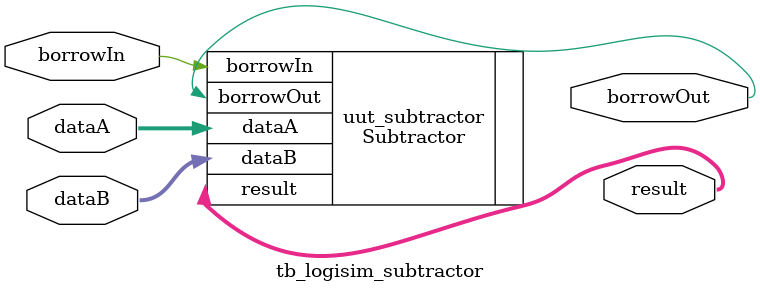
<source format=v>
module tb_logisim_subtractor(
    input wire borrowIn,
    output wire borrowOut,
    input wire [31:0] dataA, 
    input wire [31:0] dataB,
    output wire [31:0] result
);

    `ifdef COCOTB_SIM
        initial begin
            $dumpfile("waves_tb_logisim_subtractor.vcd");
            $dumpvars(0, uut_subtractor);
        end
    `endif

    Subtractor # (
        .extendedBits(33),
        .nrOfBits(32)
    ) uut_subtractor (
        .borrowIn(borrowIn), .borrowOut(borrowOut),
        .dataA(dataA), .dataB(dataB), .result(result)
    );

    // subtractor # (
    //     .extendedBits(33),
    //     .nrOfBits(32)
    // ) uut_subtractor (
    //     .borrowIn(borrowIn), .borrowOut(borrowOut),
    //     .a(dataA), .b(dataB), .out(result)
    // );


endmodule
</source>
